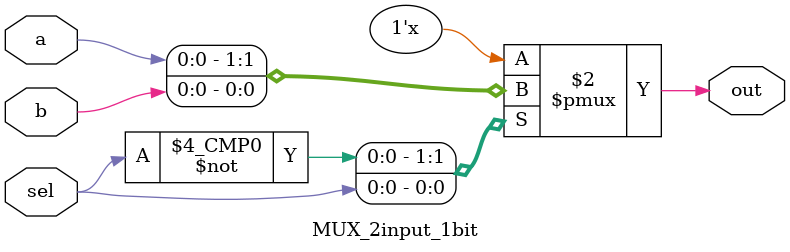
<source format=v>
module MUX_2input_1bit(
	input a,
	input b,
	input sel,
	output reg out
);

	always @ (a or b or sel) begin // https://www.javatpoint.com/verilog-multiplexer
		
		case(sel)
		
			1'b0: out <= a;
			1'b1: out <= b;
		
		endcase
		
	end
endmodule
</source>
